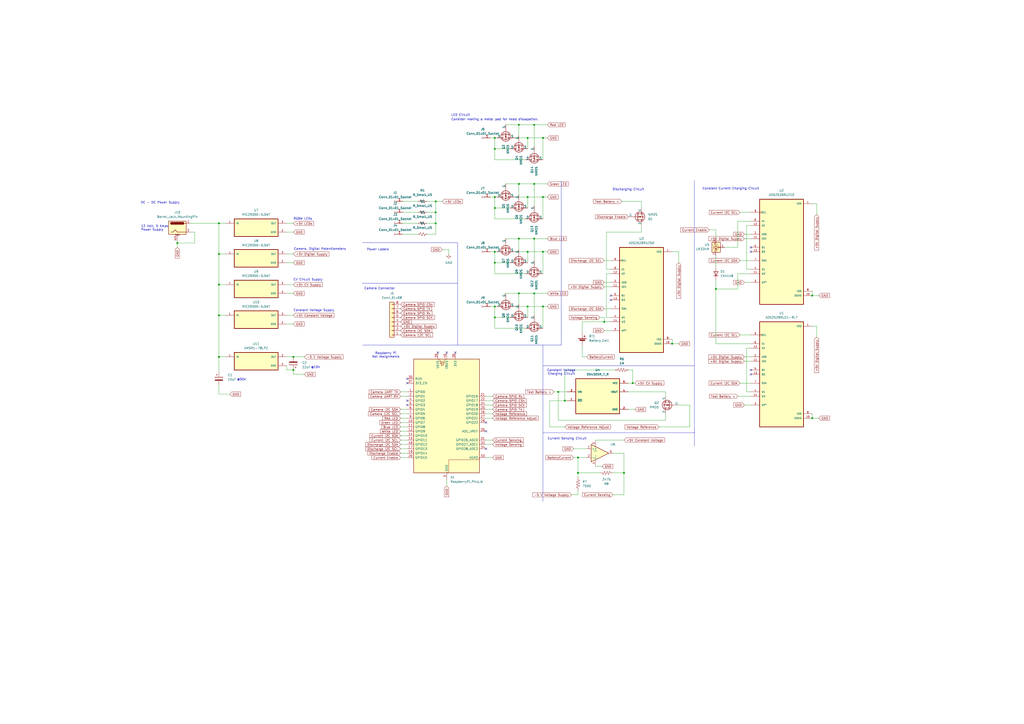
<source format=kicad_sch>
(kicad_sch (version 20250114) (generator "eeschema") (generator_version "9.0")
  (paper "A2")
  (title_block (title "Spectroscopy Circuit") (date "2025-04-01") (company "California State University, Chico"))
  (lib_symbols
    (symbol "AD5252BRUZ1-RL7:AD5252BRUZ1-RL7" (pin_names (offset 1.016))
      (property "Reference" "U" (at -12.7 31.48 0))
      (property "Value" "AD5252BRUZ1-RL7" (at -12.7 -34.48 0))
      (symbol "AD5252BRUZ1-RL7_0_0"
        (pin input clock (at -17.78 22.86 0) (length 5.08) (name "SCL") (number "9"))
        (pin bidirectional line (at -17.78 17.78 0) (length 5.08) (name "A1") (number "6"))
        (pin bidirectional line (at -17.78 15.24 0) (length 5.08) (name "A3") (number "12"))
        (pin bidirectional line (at -17.78 10.16 0) (length 5.08) (name "AD0") (number "2"))
        (pin bidirectional line (at -17.78 7.62 0) (length 5.08) (name "AD1") (number "11"))
        (pin bidirectional line (at -17.78 2.54 0) (length 5.08) (name "B1") (number "5"))
        (pin bidirectional line (at -17.78 0 0) (length 5.08) (name "B3") (number "13"))
        (pin bidirectional line (at -17.78 -5.08 0) (length 5.08) (name "SDA") (number "7"))
        (pin bidirectional line (at -17.78 -10.16 0) (length 5.08) (name "W1") (number "4"))
        (pin bidirectional line (at -17.78 -12.7 0) (length 5.08) (name "W3") (number "14"))
        (pin bidirectional line (at -17.78 -17.78 0) (length 5.08) (name "WP*") (number "3"))
        (pin power_in line (at 17.78 27.94 180) (length 5.08) (name "VDD") (number "1"))
        (pin power_in line (at 17.78 -22.86 180) (length 5.08) (name "VSS") (number "8"))
        (pin power_in line (at 17.78 -25.4 180) (length 5.08) (name "DGND") (number "10"))
      )
    )
    (symbol "AD5252BRUZ10:AD5252BRUZ10" (pin_names (offset 1.016))
      (property "Reference" "U" (at -12.7 31.48 0))
      (property "Value" "AD5252BRUZ10" (at -12.7 -34.48 0))
      (symbol "AD5252BRUZ10_0_0"
        (pin input clock (at -17.78 22.86 0) (length 5.08) (name "SCL") (number "9"))
        (pin bidirectional line (at -17.78 17.78 0) (length 5.08) (name "A1") (number "6"))
        (pin bidirectional line (at -17.78 15.24 0) (length 5.08) (name "A3") (number "12"))
        (pin bidirectional line (at -17.78 10.16 0) (length 5.08) (name "AD0") (number "2"))
        (pin bidirectional line (at -17.78 7.62 0) (length 5.08) (name "AD1") (number "11"))
        (pin bidirectional line (at -17.78 2.54 0) (length 5.08) (name "B1") (number "5"))
        (pin bidirectional line (at -17.78 0 0) (length 5.08) (name "B3") (number "13"))
        (pin bidirectional line (at -17.78 -5.08 0) (length 5.08) (name "SDA") (number "7"))
        (pin bidirectional line (at -17.78 -10.16 0) (length 5.08) (name "W1") (number "4"))
        (pin bidirectional line (at -17.78 -12.7 0) (length 5.08) (name "W3") (number "14"))
        (pin bidirectional line (at -17.78 -17.78 0) (length 5.08) (name "WP*") (number "3"))
        (pin power_in line (at 17.78 27.94 180) (length 5.08) (name "VDD") (number "1"))
        (pin power_in line (at 17.78 -22.86 180) (length 5.08) (name "VSS") (number "8"))
        (pin power_in line (at 17.78 -25.4 180) (length 5.08) (name "DGND") (number "10"))
      )
    )
    (symbol "AD5252BRUZ50:AD5252BRUZ50" (pin_names (offset 1.016))
      (property "Reference" "U" (at -12.7 31.48 0))
      (property "Value" "AD5252BRUZ50" (at -12.7 -34.48 0))
      (symbol "AD5252BRUZ50_0_0"
        (pin input clock (at -17.78 22.86 0) (length 5.08) (name "SCL") (number "9"))
        (pin bidirectional line (at -17.78 17.78 0) (length 5.08) (name "A1") (number "6"))
        (pin bidirectional line (at -17.78 15.24 0) (length 5.08) (name "A3") (number "12"))
        (pin bidirectional line (at -17.78 10.16 0) (length 5.08) (name "AD0") (number "2"))
        (pin bidirectional line (at -17.78 7.62 0) (length 5.08) (name "AD1") (number "11"))
        (pin bidirectional line (at -17.78 2.54 0) (length 5.08) (name "B1") (number "5"))
        (pin bidirectional line (at -17.78 0 0) (length 5.08) (name "B3") (number "13"))
        (pin bidirectional line (at -17.78 -5.08 0) (length 5.08) (name "SDA") (number "7"))
        (pin bidirectional line (at -17.78 -10.16 0) (length 5.08) (name "W1") (number "4"))
        (pin bidirectional line (at -17.78 -12.7 0) (length 5.08) (name "W3") (number "14"))
        (pin bidirectional line (at -17.78 -17.78 0) (length 5.08) (name "WP*") (number "3"))
        (pin power_in line (at 17.78 27.94 180) (length 5.08) (name "VDD") (number "1"))
        (pin power_in line (at 17.78 -22.86 180) (length 5.08) (name "VSS") (number "8"))
        (pin power_in line (at 17.78 -25.4 180) (length 5.08) (name "DGND") (number "10"))
      )
    )
    (symbol "Connector:Barrel_Jack_MountingPin" (pin_names (hide yes))
      (property "Reference" "J" (at 0 5.334 0))
      (property "Value" "Barrel_Jack_MountingPin" (at 1.27 -6.35 0))
      (symbol "Barrel_Jack_MountingPin_1_1"
        (text "Mounting" (at 0 -4.191 0) (effects (font (size 0.381 0.381))))
        (pin passive line (at 0 -7.62 90) (length 3.048) (name "MountPin") (number "MP"))
        (pin passive line (at 7.62 2.54 180) (length 2.54) (name "~") (number "1"))
        (pin passive line (at 7.62 -2.54 180) (length 2.54) (name "~") (number "2"))
      )
    )
    (symbol "Connector:Conn_01x01_Socket" (pin_names (offset 1.016) (hide yes))
      (property "Reference" "J" (at 0 2.54 0))
      (property "Value" "Conn_01x01_Socket" (at 0 -2.54 0))
      (symbol "Conn_01x01_Socket_1_1"
        (pin passive line (at -5.08 0 0) (length 3.81) (name "Pin_1") (number "1"))
      )
    )
    (symbol "Connector_Generic:Conn_01x08" (pin_names (offset 1.016) (hide yes))
      (property "Reference" "J" (at 0 10.16 0))
      (property "Value" "Conn_01x08" (at 0 -12.7 0))
      (symbol "Conn_01x08_1_1"
        (pin passive line (at -5.08 7.62 0) (length 3.81) (name "Pin_1") (number "1"))
        (pin passive line (at -5.08 5.08 0) (length 3.81) (name "Pin_2") (number "2"))
        (pin passive line (at -5.08 2.54 0) (length 3.81) (name "Pin_3") (number "3"))
        (pin passive line (at -5.08 0 0) (length 3.81) (name "Pin_4") (number "4"))
        (pin passive line (at -5.08 -2.54 0) (length 3.81) (name "Pin_5") (number "5"))
        (pin passive line (at -5.08 -5.08 0) (length 3.81) (name "Pin_6") (number "6"))
        (pin passive line (at -5.08 -7.62 0) (length 3.81) (name "Pin_7") (number "7"))
        (pin passive line (at -5.08 -10.16 0) (length 3.81) (name "Pin_8") (number "8"))
      )
    )
    (symbol "DS4305R_T_R:DS4305R_T_R" (pin_names (offset 1.016))
      (property "Reference" "U" (at -12.7 11.16 0))
      (property "Value" "DS4305R_T_R" (at -12.7 -14.16 0))
      (symbol "DS4305R_T_R_0_0"
        (pin input line (at -17.78 2.54 0) (length 5.08) (name "VIN") (number "3"))
        (pin bidirectional line (at -17.78 -2.54 0) (length 5.08) (name "~{ADJ}") (number "1"))
        (pin power_in line (at 17.78 7.62 180) (length 5.08) (name "VCC") (number "5"))
        (pin output line (at 17.78 2.54 180) (length 5.08) (name "VOUT") (number "4"))
        (pin power_in line (at 17.78 -7.62 180) (length 5.08) (name "GND") (number "2"))
      )
    )
    (symbol "Device:Battery_Cell" (pin_numbers (hide yes)) (pin_names (offset 0) (hide yes))
      (property "Reference" "BT" (at 2.54 2.54 0))
      (property "Value" "Battery_Cell" (at 2.54 0 0))
      (symbol "Battery_Cell_1_1"
        (pin passive line (at 0 5.08 270) (length 2.54) (name "+") (number "1"))
        (pin passive line (at 0 -2.54 90) (length 2.54) (name "-") (number "2"))
      )
    )
    (symbol "Device:C_Polarized" (pin_numbers (hide yes)) (pin_names (offset 0.254))
      (property "Reference" "C" (at 0.635 2.54 0))
      (property "Value" "C_Polarized" (at 0.635 -2.54 0))
      (symbol "C_Polarized_1_1"
        (pin passive line (at 0 3.81 270) (length 2.794) (name "~") (number "1"))
        (pin passive line (at 0 -3.81 90) (length 2.794) (name "~") (number "2"))
      )
    )
    (symbol "Device:R_Small_US" (pin_numbers (hide yes)) (pin_names (offset 0.254) (hide yes))
      (property "Reference" "R" (at 0.762 0.508 0))
      (property "Value" "R_Small_US" (at 0.762 -1.016 0))
      (symbol "R_Small_US_1_1"
        (pin passive line (at 0 2.54 270) (length 1.016) (name "~") (number "1"))
        (pin passive line (at 0 -2.54 90) (length 1.016) (name "~") (number "2"))
      )
    )
    (symbol "Device:R_US" (pin_numbers (hide yes)) (pin_names (offset 0))
      (property "Reference" "R" (at 2.54 0 90))
      (property "Value" "R_US" (at -2.54 0 90))
      (symbol "R_US_1_1"
        (pin passive line (at 0 3.81 270) (length 1.27) (name "~") (number "1"))
        (pin passive line (at 0 -3.81 90) (length 1.27) (name "~") (number "2"))
      )
    )
    (symbol "Diode:1N4148" (pin_numbers (hide yes)) (pin_names (hide yes))
      (property "Reference" "D" (at 0 2.54 0))
      (property "Value" "1N4148" (at 0 -2.54 0))
      (symbol "1N4148_1_1"
        (pin passive line (at -3.81 0 0) (length 2.54) (name "K") (number "1"))
        (pin passive line (at 3.81 0 180) (length 2.54) (name "A") (number "2"))
      )
    )
    (symbol "MCU_Module:RaspberryPi_Pico_W" (pin_names (offset 0.762))
      (property "Reference" "A" (at -19.05 35.56 0))
      (property "Value" "RaspberryPi_Pico_W" (at 7.62 35.56 0))
      (symbol "RaspberryPi_Pico_W_1_1"
        (pin passive line (at -22.86 22.86 0) (length 3.81) (name "RUN") (number "30"))
        (pin passive line (at -22.86 20.32 0) (length 3.81) (name "3V3_EN") (number "37"))
        (pin bidirectional line (at -22.86 15.24 0) (length 3.81) (name "GPIO0") (number "1"))
        (pin bidirectional line (at -22.86 12.7 0) (length 3.81) (name "GPIO1") (number "2"))
        (pin bidirectional line (at -22.86 10.16 0) (length 3.81) (name "GPIO2") (number "4"))
        (pin bidirectional line (at -22.86 7.62 0) (length 3.81) (name "GPIO3") (number "5"))
        (pin bidirectional line (at -22.86 5.08 0) (length 3.81) (name "GPIO4") (number "6"))
        (pin bidirectional line (at -22.86 2.54 0) (length 3.81) (name "GPIO5") (number "7"))
        (pin bidirectional line (at -22.86 0 0) (length 3.81) (name "GPIO6") (number "9"))
        (pin bidirectional line (at -22.86 -2.54 0) (length 3.81) (name "GPIO7") (number "10"))
        (pin bidirectional line (at -22.86 -5.08 0) (length 3.81) (name "GPIO8") (number "11"))
        (pin bidirectional line (at -22.86 -7.62 0) (length 3.81) (name "GPIO9") (number "12"))
        (pin bidirectional line (at -22.86 -10.16 0) (length 3.81) (name "GPIO10") (number "14"))
        (pin bidirectional line (at -22.86 -12.7 0) (length 3.81) (name "GPIO11") (number "15"))
        (pin bidirectional line (at -22.86 -15.24 0) (length 3.81) (name "GPIO12") (number "16"))
        (pin bidirectional line (at -22.86 -17.78 0) (length 3.81) (name "GPIO13") (number "17"))
        (pin bidirectional line (at -22.86 -20.32 0) (length 3.81) (name "GPIO14") (number "19"))
        (pin bidirectional line (at -22.86 -22.86 0) (length 3.81) (name "GPIO15") (number "20"))
        (pin power_in line (at -5.08 38.1 270) (length 3.81) (name "VSYS") (number "39"))
        (pin power_out line (at 0 38.1 270) (length 3.81) (name "VBUS") (number "40"))
        (pin passive line (at 0 -35.56 90) (length 3.81) (hide yes) (name "GND") (number "13"))
        (pin passive line (at 0 -35.56 90) (length 3.81) (hide yes) (name "GND") (number "18"))
        (pin passive line (at 0 -35.56 90) (length 3.81) (hide yes) (name "GND") (number "23"))
        (pin passive line (at 0 -35.56 90) (length 3.81) (hide yes) (name "GND") (number "28"))
        (pin power_out line (at 0 -35.56 90) (length 3.81) (name "GND") (number "3"))
        (pin passive line (at 0 -35.56 90) (length 3.81) (hide yes) (name "GND") (number "38"))
        (pin passive line (at 0 -35.56 90) (length 3.81) (hide yes) (name "GND") (number "8"))
        (pin power_out line (at 5.08 38.1 270) (length 3.81) (name "3V3") (number "36"))
        (pin bidirectional line (at 22.86 12.7 180) (length 3.81) (name "GPIO16") (number "21"))
        (pin bidirectional line (at 22.86 10.16 180) (length 3.81) (name "GPIO17") (number "22"))
        (pin bidirectional line (at 22.86 7.62 180) (length 3.81) (name "GPIO18") (number "24"))
        (pin bidirectional line (at 22.86 5.08 180) (length 3.81) (name "GPIO19") (number "25"))
        (pin bidirectional line (at 22.86 2.54 180) (length 3.81) (name "GPIO20") (number "26"))
        (pin bidirectional line (at 22.86 0 180) (length 3.81) (name "GPIO21") (number "27"))
        (pin bidirectional line (at 22.86 -2.54 180) (length 3.81) (name "GPIO22") (number "29"))
        (pin power_in line (at 22.86 -7.62 180) (length 3.81) (name "ADC_VREF") (number "35"))
        (pin bidirectional line (at 22.86 -12.7 180) (length 3.81) (name "GPIO26_ADC0") (number "31"))
        (pin bidirectional line (at 22.86 -15.24 180) (length 3.81) (name "GPIO27_ADC1") (number "32"))
        (pin bidirectional line (at 22.86 -17.78 180) (length 3.81) (name "GPIO28_ADC2") (number "34"))
        (pin power_out line (at 22.86 -22.86 180) (length 3.81) (name "AGND") (number "33"))
      )
    )
    (symbol "MIC29300-5.0WT:AMSR1-78LPZ" (pin_names (offset 1.016))
      (property "Reference" "U" (at -12.7 6.08 0))
      (property "Value" "AMSR1-78LPZ" (at -12.7 -9.08 0))
      (symbol "AMSR1-78LPZ_0_0"
        (pin input line (at -17.78 2.54 0) (length 5.08) (name "IN") (number "1"))
      )
      (symbol "AMSR1-78LPZ_1_0"
        (pin output line (at 17.78 2.54 180) (length 5.08) (name "OUT") (number "2"))
        (pin power_in line (at 17.78 -2.54 180) (length 5.08) (name "GND") (number "3"))
      )
    )
    (symbol "MIC29300-5.0WT:MIC29300-5.0WT" (pin_names (offset 1.016))
      (property "Reference" "U" (at -12.7 6.08 0))
      (property "Value" "MIC29300-5.0WT" (at -12.7 -9.08 0))
      (symbol "MIC29300-5.0WT_0_0"
        (pin input line (at -17.78 2.54 0) (length 5.08) (name "IN") (number "1"))
        (pin output line (at 17.78 2.54 180) (length 5.08) (name "OUT") (number "3"))
        (pin power_in line (at 17.78 -2.54 180) (length 5.08) (name "GND") (number "2"))
      )
    )
    (symbol "Reference_Current:LM334M"
      (property "Reference" "U" (at 0.635 6.35 0))
      (property "Value" "LM334M" (at 0.635 4.445 0))
      (symbol "LM334M_1_1"
        (pin passive line (at 0 5.08 270) (length 2.54) (name "~") (number "4"))
        (pin passive line (at 0 -5.08 90) (length 2.54) (name "~") (number "2"))
        (pin passive line (at 0 -5.08 90) (length 2.54) (hide yes) (name "~") (number "3"))
        (pin passive line (at 0 -5.08 90) (length 2.54) (hide yes) (name "~") (number "6"))
        (pin passive line (at 0 -5.08 90) (length 2.54) (hide yes) (name "~") (number "7"))
        (pin passive line (at 5.08 0 180) (length 2.54) (name "~") (number "1"))
      )
    )
    (symbol "Simulation_SPICE:NMOS" (pin_numbers (hide yes)) (pin_names (offset 0))
      (property "Reference" "Q" (at 5.08 1.27 0))
      (property "Value" "NMOS" (at 5.08 -1.27 0))
      (symbol "NMOS_1_1"
        (pin input line (at -5.08 0 0) (length 2.54) (name "G") (number "2"))
        (pin passive line (at 2.54 5.08 270) (length 2.54) (name "D") (number "1"))
        (pin passive line (at 2.54 -5.08 90) (length 2.54) (name "S") (number "3"))
      )
    )
    (symbol "Simulation_SPICE:OPAMP" (pin_names (offset 0.254))
      (property "Reference" "U" (at 3.81 3.175 0))
      (property "Value" "${SIM.PARAMS}" (at 3.81 -3.175 0))
      (symbol "OPAMP_1_1"
        (pin input line (at -7.62 2.54 0) (length 2.54) (name "+") (number "1"))
        (pin input line (at -7.62 -2.54 0) (length 2.54) (name "-") (number "2"))
        (pin power_in line (at -2.54 7.62 270) (length 3.81) (name "V+") (number "3"))
        (pin power_in line (at -2.54 -7.62 90) (length 3.81) (name "V-") (number "4"))
        (pin output line (at 7.62 0 180) (length 2.54) (name "~") (number "5"))
      )
    )
    (symbol "Simulation_SPICE:PMOS" (pin_numbers (hide yes)) (pin_names (offset 0))
      (property "Reference" "Q" (at 5.08 1.27 0))
      (property "Value" "PMOS" (at 5.08 -1.27 0))
      (symbol "PMOS_1_1"
        (pin input line (at -5.08 0 0) (length 2.54) (name "G") (number "2"))
        (pin passive line (at 2.54 5.08 270) (length 2.54) (name "D") (number "1"))
        (pin passive line (at 2.54 -5.08 90) (length 2.54) (name "S") (number "3"))
      )
    )
    (symbol "power:GND" (power) (pin_numbers (hide yes)) (pin_names (offset 0) (hide yes))
      (property "Value" "GND" (at 0 -3.81 0))
      (symbol "GND_1_1"
        (pin power_in line (at 0 0 270) (length 0) (name "~") (number "1"))
      )
    )
  )
  (text "@50V" (at 137.414 220.218 0) (effects (font (size 1.27 1.27)) (justify left)))
  (text "RGBW LEDs" (at 170.18 127 0) (effects (font (size 1.27 1.27)) (justify left)))
  (text "Power Labels" (at 219.202 144.78 0) (effects (font (size 1.27 1.27))))
  (text "Current Sensing Circuit" (at 328.93 254.508 0) (effects (font (size 1.27 1.27))))
  (text "Constant Voltage Supply" (at 170.18 180.086 0) (effects (font (size 1.27 1.27)) (justify left)))
  (text "Consider making a metal pad for head dissapation." (at 287.02 69.342 0) (effects (font (size 1.27 1.27))))
  (text "Raspberry Pi\nNet Assignments" (at 223.774 205.994 0) (effects (font (size 1.27 1.27))))
  (text "CV Circuit Supply" (at 170.18 162.306 0) (effects (font (size 1.27 1.27)) (justify left)))
  (text "Discharging Circuit" (at 364.49 109.982 0) (effects (font (size 1.27 1.27))))
  (text "12 Volt, 5 Amps\nPower Supply" (at 81.788 132.334 0) (effects (font (size 1.27 1.27)) (justify left)))
  (text "DC - DC Power Supply" (at 92.964 117.602 0) (effects (font (size 1.27 1.27))))
  (text "Constant Voltage\nCharging Circuit" (at 325.628 215.9 0) (effects (font (size 1.27 1.27))))
  (text "LED Circuit" (at 267.208 66.802 0) (effects (font (size 1.27 1.27))))
  (text "Constant Current Charging Circuit" (at 423.926 109.474 0) (effects (font (size 1.27 1.27))))
  (text "Camera, Digital Potentiometers" (at 170.434 144.526 0) (effects (font (size 1.27 1.27)) (justify left)))
  (text "Camera Connector" (at 220.218 167.386 0) (effects (font (size 1.27 1.27))))
  (text "@10V" (at 180.34 213.106 0) (effects (font (size 1.27 1.27)) (justify left)))
  (junction (at 252.73 123.19))
  (junction (at 287.02 120.65))
  (junction (at 300.99 72.39))
  (junction (at 287.02 152.4))
  (junction (at 306.07 80.01))
  (junction (at 127 147.32))
  (junction (at 327.66 232.41))
  (junction (at 287.02 86.36))
  (junction (at 287.02 177.8))
  (junction (at 127 129.54))
  (junction (at 300.99 170.18))
  (junction (at 300.99 106.68))
  (junction (at 170.18 214.63))
  (junction (at 287.02 80.01))
  (junction (at 323.85 227.33))
  (junction (at 309.88 72.39))
  (junction (at 306.07 114.3))
  (junction (at 252.73 116.84))
  (junction (at 471.17 242.57))
  (junction (at 102.87 140.97))
  (junction (at 350.52 186.69))
  (junction (at 287.02 114.3))
  (junction (at 252.73 129.54))
  (junction (at 309.88 106.68))
  (junction (at 389.89 199.39))
  (junction (at 300.99 138.43))
  (junction (at 415.29 167.64))
  (junction (at 314.96 146.05))
  (junction (at 309.88 138.43))
  (junction (at 314.96 80.01))
  (junction (at 287.02 184.15))
  (junction (at 309.88 170.18))
  (junction (at 367.03 222.25))
  (junction (at 306.07 146.05))
  (junction (at 170.18 207.01))
  (junction (at 335.28 274.32))
  (junction (at 287.02 146.05))
  (junction (at 471.17 171.45))
  (junction (at 314.96 114.3))
  (junction (at 361.95 274.32))
  (junction (at 127 207.01))
  (junction (at 335.28 265.43))
  (junction (at 306.07 177.8))
  (junction (at 127 165.1))
  (junction (at 127 182.88))
  (junction (at 314.96 177.8))
  (no_connect (at 264.16 204.47))
  (no_connect (at 281.94 250.19))
  (no_connect (at 435.61 143.51))
  (no_connect (at 281.94 245.11))
  (no_connect (at 435.61 146.05))
  (no_connect (at 281.94 260.35))
  (no_connect (at 354.33 171.45))
  (no_connect (at 259.08 204.47))
  (no_connect (at 236.22 234.95))
  (no_connect (at 236.22 222.25))
  (no_connect (at 435.61 217.17))
  (no_connect (at 435.61 214.63))
  (no_connect (at 254 204.47))
  (no_connect (at 354.33 173.99))
  (no_connect (at 236.22 232.41))
  (no_connect (at 236.22 219.71))
  (wire (pts (xy 232.41 257.81) (xy 236.22 257.81)))
  (wire (pts (xy 318.77 247.65) (xy 327.66 247.65)))
  (wire (pts (xy 433.07 201.93) (xy 435.61 201.93)))
  (wire (pts (xy 259.08 278.13) (xy 259.08 281.94)))
  (wire (pts (xy 232.41 229.87) (xy 236.22 229.87)))
  (wire (pts (xy 427.99 229.87) (xy 435.61 229.87)))
  (wire (pts (xy 309.88 138.43) (xy 309.88 151.13)))
  (wire (pts (xy 252.73 116.84) (xy 256.54 116.84)))
  (wire (pts (xy 304.8 127) (xy 287.02 127)))
  (wire (pts (xy 298.45 146.05) (xy 306.07 146.05)))
  (wire (pts (xy 435.61 199.39) (xy 415.29 199.39)))
  (wire (pts (xy 400.05 247.65) (xy 400.05 234.95)))
  (wire (pts (xy 306.07 177.8) (xy 314.96 177.8)))
  (wire (pts (xy 327.66 214.63) (xy 356.87 214.63)))
  (wire (pts (xy 350.52 179.07) (xy 354.33 179.07)))
  (wire (pts (xy 166.37 207.01) (xy 170.18 207.01)))
  (wire (pts (xy 102.87 139.7) (xy 102.87 140.97)))
  (wire (pts (xy 260.35 144.78) (xy 260.35 147.32)))
  (wire (pts (xy 281.94 255.27) (xy 285.75 255.27)))
  (wire (pts (xy 323.85 243.84) (xy 386.08 243.84)))
  (wire (pts (xy 300.99 106.68) (xy 309.88 106.68)))
  (wire (pts (xy 284.48 146.05) (xy 287.02 146.05)))
  (wire (pts (xy 361.95 262.89) (xy 355.6 262.89)))
  (wire (pts (xy 415.29 133.35) (xy 415.29 138.43)))
  (wire (pts (xy 170.18 207.01) (xy 176.53 207.01)))
  (wire (pts (xy 284.48 80.01) (xy 287.02 80.01)))
  (wire (pts (xy 287.02 127) (xy 287.02 120.65)))
  (wire (pts (xy 331.47 287.02) (xy 335.28 287.02)))
  (wire (pts (xy 367.03 214.63) (xy 367.03 222.25)))
  (wire (pts (xy 306.07 177.8) (xy 306.07 184.15)))
  (wire (pts (xy 127 182.88) (xy 127 165.1)))
  (wire (pts (xy 435.61 227.33) (xy 433.07 227.33)))
  (wire (pts (xy 435.61 158.75) (xy 427.99 158.75)))
  (wire (pts (xy 287.02 80.01) (xy 288.29 80.01)))
  (wire (pts (xy 232.41 242.57) (xy 236.22 242.57)))
  (wire (pts (xy 306.07 80.01) (xy 314.96 80.01)))
  (wire (pts (xy 300.99 72.39) (xy 309.88 72.39)))
  (wire (pts (xy 295.91 184.15) (xy 287.02 184.15)))
  (wire (pts (xy 287.02 158.75) (xy 287.02 152.4)))
  (wire (pts (xy 287.02 92.71) (xy 287.02 86.36)))
  (wire (pts (xy 349.25 270.51) (xy 345.44 270.51)))
  (wire (pts (xy 232.41 245.11) (xy 236.22 245.11)))
  (wire (pts (xy 232.41 237.49) (xy 236.22 237.49)))
  (wire (pts (xy 335.28 265.43) (xy 340.36 265.43)))
  (wire (pts (xy 252.73 123.19) (xy 252.73 129.54)))
  (wire (pts (xy 127 207.01) (xy 127 182.88)))
  (wire (pts (xy 389.89 146.05) (xy 393.7 146.05)))
  (polyline (pts (xy 265.43 200.152) (xy 325.628 200.152)))
  (wire (pts (xy 304.8 92.71) (xy 287.02 92.71)))
  (wire (pts (xy 300.99 113.03) (xy 300.99 106.68)))
  (wire (pts (xy 281.94 237.49) (xy 285.75 237.49)))
  (wire (pts (xy 298.45 177.8) (xy 306.07 177.8)))
  (polyline (pts (xy 314.96 200.152) (xy 314.96 290.83)))
  (wire (pts (xy 473.71 118.11) (xy 473.71 124.46)))
  (wire (pts (xy 166.37 129.54) (xy 170.18 129.54)))
  (wire (pts (xy 386.08 243.84) (xy 386.08 240.03)))
  (wire (pts (xy 309.88 106.68) (xy 309.88 119.38)))
  (wire (pts (xy 309.88 170.18) (xy 309.88 182.88)))
  (wire (pts (xy 350.52 163.83) (xy 354.33 163.83)))
  (wire (pts (xy 110.49 129.54) (xy 127 129.54)))
  (wire (pts (xy 295.91 86.36) (xy 287.02 86.36)))
  (wire (pts (xy 252.73 129.54) (xy 252.73 135.89)))
  (wire (pts (xy 347.98 184.15) (xy 350.52 184.15)))
  (wire (pts (xy 323.85 227.33) (xy 323.85 243.84)))
  (wire (pts (xy 287.02 146.05) (xy 288.29 146.05)))
  (wire (pts (xy 335.28 265.43) (xy 335.28 274.32)))
  (wire (pts (xy 309.88 106.68) (xy 317.5 106.68)))
  (wire (pts (xy 471.17 168.91) (xy 471.17 171.45)))
  (wire (pts (xy 361.95 274.32) (xy 361.95 287.02)))
  (wire (pts (xy 166.37 170.18) (xy 170.18 170.18)))
  (wire (pts (xy 232.41 255.27) (xy 236.22 255.27)))
  (wire (pts (xy 335.28 274.32) (xy 335.28 276.86)))
  (wire (pts (xy 350.52 186.69) (xy 354.33 186.69)))
  (wire (pts (xy 314.96 177.8) (xy 314.96 190.5)))
  (wire (pts (xy 427.99 143.51) (xy 427.99 128.27)))
  (wire (pts (xy 420.37 143.51) (xy 427.99 143.51)))
  (wire (pts (xy 360.68 116.84) (xy 372.11 116.84)))
  (wire (pts (xy 337.82 193.04) (xy 337.82 186.69)))
  (wire (pts (xy 309.88 72.39) (xy 309.88 85.09)))
  (wire (pts (xy 372.11 116.84) (xy 372.11 120.65)))
  (wire (pts (xy 354.33 191.77) (xy 350.52 191.77)))
  (wire (pts (xy 364.49 214.63) (xy 367.03 214.63)))
  (wire (pts (xy 293.37 106.68) (xy 300.99 106.68)))
  (wire (pts (xy 351.79 158.75) (xy 351.79 184.15)))
  (wire (pts (xy 166.37 147.32) (xy 170.18 147.32)))
  (wire (pts (xy 473.71 189.23) (xy 473.71 195.58)))
  (wire (pts (xy 252.73 129.54) (xy 247.65 129.54)))
  (wire (pts (xy 247.65 116.84) (xy 252.73 116.84)))
  (polyline (pts (xy 210.312 200.152) (xy 265.43 200.152)))
  (wire (pts (xy 166.37 212.09) (xy 166.37 214.63)))
  (wire (pts (xy 298.45 114.3) (xy 306.07 114.3)))
  (wire (pts (xy 232.41 240.03) (xy 236.22 240.03)))
  (wire (pts (xy 166.37 187.96) (xy 170.18 187.96)))
  (wire (pts (xy 232.41 227.33) (xy 236.22 227.33)))
  (wire (pts (xy 281.94 240.03) (xy 285.75 240.03)))
  (wire (pts (xy 287.02 190.5) (xy 287.02 184.15)))
  (wire (pts (xy 166.37 134.62) (xy 170.18 134.62)))
  (wire (pts (xy 367.03 222.25) (xy 364.49 222.25)))
  (wire (pts (xy 473.71 118.11) (xy 471.17 118.11)))
  (wire (pts (xy 309.88 138.43) (xy 317.5 138.43)))
  (wire (pts (xy 317.5 80.01) (xy 314.96 80.01)))
  (wire (pts (xy 130.81 182.88) (xy 127 182.88)))
  (wire (pts (xy 295.91 120.65) (xy 287.02 120.65)))
  (wire (pts (xy 314.96 80.01) (xy 314.96 92.71)))
  (wire (pts (xy 386.08 227.33) (xy 386.08 229.87)))
  (polyline (pts (xy 314.96 250.952) (xy 402.844 250.952)))
  (wire (pts (xy 327.66 232.41) (xy 328.93 232.41)))
  (wire (pts (xy 471.17 171.45) (xy 474.98 171.45)))
  (wire (pts (xy 300.99 170.18) (xy 300.99 176.53)))
  (wire (pts (xy 354.33 158.75) (xy 351.79 158.75)))
  (wire (pts (xy 281.94 229.87) (xy 285.75 229.87)))
  (polyline (pts (xy 265.43 140.716) (xy 265.43 200.152)))
  (wire (pts (xy 298.45 80.01) (xy 306.07 80.01)))
  (wire (pts (xy 321.31 227.33) (xy 323.85 227.33)))
  (wire (pts (xy 232.41 265.43) (xy 236.22 265.43)))
  (wire (pts (xy 473.71 189.23) (xy 471.17 189.23)))
  (wire (pts (xy 415.29 199.39) (xy 415.29 167.64)))
  (wire (pts (xy 306.07 80.01) (xy 306.07 86.36)))
  (wire (pts (xy 166.37 182.88) (xy 170.18 182.88)))
  (wire (pts (xy 355.6 274.32) (xy 361.95 274.32)))
  (wire (pts (xy 411.48 133.35) (xy 415.29 133.35)))
  (polyline (pts (xy 402.844 104.648) (xy 402.844 210.566)))
  (wire (pts (xy 372.11 130.81) (xy 372.11 134.62)))
  (wire (pts (xy 127 223.52) (xy 127 228.6)))
  (wire (pts (xy 281.94 242.57) (xy 285.75 242.57)))
  (wire (pts (xy 332.74 265.43) (xy 335.28 265.43)))
  (wire (pts (xy 323.85 227.33) (xy 328.93 227.33)))
  (wire (pts (xy 340.36 207.01) (xy 337.82 207.01)))
  (wire (pts (xy 281.94 257.81) (xy 285.75 257.81)))
  (wire (pts (xy 287.02 114.3) (xy 288.29 114.3)))
  (wire (pts (xy 427.99 158.75) (xy 427.99 167.64)))
  (wire (pts (xy 304.8 158.75) (xy 287.02 158.75)))
  (wire (pts (xy 232.41 247.65) (xy 236.22 247.65)))
  (polyline (pts (xy 314.96 212.09) (xy 402.844 212.09)))
  (wire (pts (xy 247.65 135.89) (xy 252.73 135.89)))
  (wire (pts (xy 433.07 156.21) (xy 433.07 130.81)))
  (wire (pts (xy 433.07 227.33) (xy 433.07 201.93)))
  (polyline (pts (xy 325.628 104.902) (xy 325.628 200.152)))
  (wire (pts (xy 351.79 184.15) (xy 354.33 184.15)))
  (wire (pts (xy 300.99 138.43) (xy 309.88 138.43)))
  (wire (pts (xy 427.99 167.64) (xy 415.29 167.64)))
  (wire (pts (xy 427.99 128.27) (xy 435.61 128.27)))
  (wire (pts (xy 293.37 170.18) (xy 300.99 170.18)))
  (wire (pts (xy 364.49 237.49) (xy 368.3 237.49)))
  (wire (pts (xy 309.88 72.39) (xy 317.5 72.39)))
  (wire (pts (xy 429.26 123.19) (xy 435.61 123.19)))
  (wire (pts (xy 287.02 152.4) (xy 287.02 146.05)))
  (wire (pts (xy 361.95 274.32) (xy 361.95 262.89)))
  (wire (pts (xy 110.49 134.62) (xy 113.03 134.62)))
  (wire (pts (xy 127 129.54) (xy 130.81 129.54)))
  (wire (pts (xy 435.61 234.95) (xy 431.8 234.95)))
  (wire (pts (xy 127 207.01) (xy 130.81 207.01)))
  (wire (pts (xy 435.61 163.83) (xy 431.8 163.83)))
  (wire (pts (xy 281.94 265.43) (xy 285.75 265.43)))
  (wire (pts (xy 318.77 232.41) (xy 318.77 247.65)))
  (wire (pts (xy 127 147.32) (xy 127 129.54)))
  (wire (pts (xy 127 228.6) (xy 133.35 228.6)))
  (wire (pts (xy 293.37 72.39) (xy 300.99 72.39)))
  (wire (pts (xy 332.74 260.35) (xy 340.36 260.35)))
  (wire (pts (xy 170.18 214.63) (xy 170.18 217.17)))
  (wire (pts (xy 415.29 148.59) (xy 415.29 154.94)))
  (wire (pts (xy 318.77 232.41) (xy 327.66 232.41)))
  (wire (pts (xy 337.82 207.01) (xy 337.82 200.66)))
  (wire (pts (xy 300.99 144.78) (xy 300.99 138.43)))
  (wire (pts (xy 350.52 166.37) (xy 354.33 166.37)))
  (wire (pts (xy 433.07 130.81) (xy 435.61 130.81)))
  (wire (pts (xy 431.8 209.55) (xy 435.61 209.55)))
  (wire (pts (xy 256.54 144.78) (xy 260.35 144.78)))
  (wire (pts (xy 127 165.1) (xy 127 147.32)))
  (wire (pts (xy 170.18 217.17) (xy 176.53 217.17)))
  (wire (pts (xy 471.17 240.03) (xy 471.17 242.57)))
  (wire (pts (xy 355.6 287.02) (xy 361.95 287.02)))
  (polyline (pts (xy 402.844 250.952) (xy 402.844 250.444)))
  (polyline (pts (xy 210.058 164.338) (xy 265.43 164.338)))
  (wire (pts (xy 166.37 214.63) (xy 170.18 214.63)))
  (wire (pts (xy 252.73 116.84) (xy 252.73 123.19)))
  (wire (pts (xy 314.96 146.05) (xy 314.96 158.75)))
  (wire (pts (xy 415.29 167.64) (xy 415.29 162.56)))
  (wire (pts (xy 400.05 234.95) (xy 393.7 234.95)))
  (wire (pts (xy 233.68 123.19) (xy 242.57 123.19)))
  (wire (pts (xy 429.26 194.31) (xy 435.61 194.31)))
  (wire (pts (xy 314.96 114.3) (xy 314.96 127)))
  (wire (pts (xy 233.68 135.89) (xy 242.57 135.89)))
  (wire (pts (xy 350.52 184.15) (xy 350.52 186.69)))
  (wire (pts (xy 130.81 165.1) (xy 127 165.1)))
  (wire (pts (xy 102.87 140.97) (xy 102.87 143.51)))
  (wire (pts (xy 166.37 165.1) (xy 170.18 165.1)))
  (wire (pts (xy 314.96 177.8) (xy 317.5 177.8)))
  (wire (pts (xy 287.02 120.65) (xy 287.02 114.3)))
  (wire (pts (xy 306.07 114.3) (xy 306.07 120.65)))
  (wire (pts (xy 382.27 247.65) (xy 400.05 247.65)))
  (wire (pts (xy 368.3 222.25) (xy 367.03 222.25)))
  (wire (pts (xy 431.8 207.01) (xy 435.61 207.01)))
  (wire (pts (xy 350.52 151.13) (xy 354.33 151.13)))
  (wire (pts (xy 306.07 146.05) (xy 314.96 146.05)))
  (wire (pts (xy 293.37 138.43) (xy 300.99 138.43)))
  (wire (pts (xy 351.79 134.62) (xy 351.79 156.21)))
  (wire (pts (xy 232.41 262.89) (xy 236.22 262.89)))
  (wire (pts (xy 233.68 116.84) (xy 242.57 116.84)))
  (wire (pts (xy 113.03 140.97) (xy 102.87 140.97)))
  (wire (pts (xy 364.49 227.33) (xy 386.08 227.33)))
  (wire (pts (xy 471.17 242.57) (xy 474.98 242.57)))
  (wire (pts (xy 281.94 234.95) (xy 285.75 234.95)))
  (wire (pts (xy 232.41 252.73) (xy 236.22 252.73)))
  (wire (pts (xy 429.26 222.25) (xy 435.61 222.25)))
  (wire (pts (xy 284.48 114.3) (xy 287.02 114.3)))
  (wire (pts (xy 300.99 170.18) (xy 309.88 170.18)))
  (wire (pts (xy 335.28 287.02) (xy 335.28 284.48)))
  (wire (pts (xy 337.82 186.69) (xy 350.52 186.69)))
  (wire (pts (xy 317.5 114.3) (xy 314.96 114.3)))
  (wire (pts (xy 306.07 146.05) (xy 306.07 152.4)))
  (wire (pts (xy 287.02 86.36) (xy 287.02 80.01)))
  (wire (pts (xy 327.66 214.63) (xy 327.66 232.41)))
  (wire (pts (xy 306.07 114.3) (xy 314.96 114.3)))
  (wire (pts (xy 113.03 134.62) (xy 113.03 140.97)))
  (wire (pts (xy 389.89 196.85) (xy 389.89 199.39)))
  (wire (pts (xy 431.8 138.43) (xy 435.61 138.43)))
  (wire (pts (xy 281.94 232.41) (xy 285.75 232.41)))
  (wire (pts (xy 431.8 135.89) (xy 435.61 135.89)))
  (wire (pts (xy 351.79 134.62) (xy 372.11 134.62)))
  (polyline (pts (xy 210.312 140.716) (xy 265.43 140.716)))
  (wire (pts (xy 284.48 177.8) (xy 287.02 177.8)))
  (wire (pts (xy 127 207.01) (xy 127 215.9)))
  (wire (pts (xy 295.91 152.4) (xy 287.02 152.4)))
  (wire (pts (xy 232.41 250.19) (xy 236.22 250.19)))
  (wire (pts (xy 304.8 190.5) (xy 287.02 190.5)))
  (wire (pts (xy 354.33 156.21) (xy 351.79 156.21)))
  (wire (pts (xy 389.89 199.39) (xy 393.7 199.39)))
  (wire (pts (xy 393.7 146.05) (xy 393.7 152.4)))
  (wire (pts (xy 317.5 146.05) (xy 314.96 146.05)))
  (wire (pts (xy 166.37 152.4) (xy 170.18 152.4)))
  (wire (pts (xy 247.65 123.19) (xy 252.73 123.19)))
  (wire (pts (xy 435.61 156.21) (xy 433.07 156.21)))
  (wire (pts (xy 287.02 177.8) (xy 288.29 177.8)))
  (polyline (pts (xy 402.844 210.566) (xy 402.844 258.826)))
  (wire (pts (xy 309.88 170.18) (xy 317.5 170.18)))
  (wire (pts (xy 335.28 274.32) (xy 347.98 274.32)))
  (wire (pts (xy 233.68 129.54) (xy 242.57 129.54)))
  (wire (pts (xy 232.41 260.35) (xy 236.22 260.35)))
  (wire (pts (xy 429.26 151.13) (xy 435.61 151.13)))
  (wire (pts (xy 130.81 147.32) (xy 127 147.32)))
  (wire (pts (xy 287.02 184.15) (xy 287.02 177.8)))
  (wire (pts (xy 345.44 255.27) (xy 361.95 255.27)))
  (wire (pts (xy 300.99 72.39) (xy 300.99 78.74)))
  (global_label "GND" (shape input) (at 350.52 163.83 180) (property "Intersheetrefs" "${INTERSHEET_REFS}" (effects (hide yes))))
  (global_label "Test Battery +" (shape input) (at 321.31 227.33 180) (property "Intersheetrefs" "${INTERSHEET_REFS}" (effects (hide yes))))
  (global_label "Camera SPIO SCK" (shape input) (at 285.75 234.95 0) (property "Intersheetrefs" "${INTERSHEET_REFS}" (effects (hide yes))))
  (global_label "Camera SPIO TX" (shape input) (at 232.41 179.07 0) (property "Intersheetrefs" "${INTERSHEET_REFS}" (effects (hide yes))))
  (global_label "Camera SPIO TX" (shape input) (at 285.75 237.49 0) (property "Intersheetrefs" "${INTERSHEET_REFS}" (effects (hide yes))))
  (global_label "GND" (shape input) (at 317.5 177.8 0) (property "Intersheetrefs" "${INTERSHEET_REFS}" (effects (hide yes))))
  (global_label "+5V Digital Supply" (shape input) (at 431.8 207.01 180) (property "Intersheetrefs" "${INTERSHEET_REFS}" (effects (hide yes))))
  (global_label "GND" (shape input) (at 102.87 143.51 270) (property "Intersheetrefs" "${INTERSHEET_REFS}" (effects (hide yes))))
  (global_label "Current I2C SCL" (shape input) (at 429.26 123.19 180) (property "Intersheetrefs" "${INTERSHEET_REFS}" (effects (hide yes))))
  (global_label "+5V Digital Supply" (shape input) (at 431.8 138.43 180) (property "Intersheetrefs" "${INTERSHEET_REFS}" (effects (hide yes))))
  (global_label "GND" (shape input) (at 170.18 187.96 0) (property "Intersheetrefs" "${INTERSHEET_REFS}" (effects (hide yes))))
  (global_label "Current I2C SDA" (shape input) (at 429.26 151.13 180) (property "Intersheetrefs" "${INTERSHEET_REFS}" (effects (hide yes))))
  (global_label "BatteryCurrent" (shape input) (at 340.36 207.01 0) (property "Intersheetrefs" "${INTERSHEET_REFS}" (effects (hide yes))))
  (global_label "+5V LEDs" (shape input) (at 170.18 129.54 0) (property "Intersheetrefs" "${INTERSHEET_REFS}" (effects (hide yes))))
  (global_label "GND" (shape input) (at 474.98 171.45 0) (property "Intersheetrefs" "${INTERSHEET_REFS}" (effects (hide yes))))
  (global_label "Discharge I2C SDA" (shape input) (at 350.52 179.07 180) (property "Intersheetrefs" "${INTERSHEET_REFS}" (effects (hide yes))))
  (global_label "Discharge Enable" (shape input) (at 364.49 125.73 180) (property "Intersheetrefs" "${INTERSHEET_REFS}" (effects (hide yes))))
  (global_label "GND" (shape input) (at 431.8 234.95 180) (property "Intersheetrefs" "${INTERSHEET_REFS}" (effects (hide yes))))
  (global_label "Camera SPIO CSn" (shape input) (at 285.75 232.41 0) (property "Intersheetrefs" "${INTERSHEET_REFS}" (effects (hide yes))))
  (global_label "GND" (shape input) (at 170.18 152.4 0) (property "Intersheetrefs" "${INTERSHEET_REFS}" (effects (hide yes))))
  (global_label "+5V Digital Supply" (shape input) (at 232.41 189.23 0) (property "Intersheetrefs" "${INTERSHEET_REFS}" (effects (hide yes))))
  (global_label "GND" (shape input) (at 368.3 237.49 0) (property "Intersheetrefs" "${INTERSHEET_REFS}" (effects (hide yes))))
  (global_label "GND" (shape input) (at 393.7 199.39 0) (property "Intersheetrefs" "${INTERSHEET_REFS}" (effects (hide yes))))
  (global_label "Blue LED" (shape input) (at 317.5 138.43 0) (property "Intersheetrefs" "${INTERSHEET_REFS}" (effects (hide yes))))
  (global_label "Current I2C SCL" (shape input) (at 429.26 194.31 180) (property "Intersheetrefs" "${INTERSHEET_REFS}" (effects (hide yes))))
  (global_label "GND" (shape input) (at 317.5 80.01 0) (property "Intersheetrefs" "${INTERSHEET_REFS}" (effects (hide yes))))
  (global_label "+5V Constant Voltage" (shape input) (at 361.95 255.27 0) (property "Intersheetrefs" "${INTERSHEET_REFS}" (effects (hide yes))))
  (global_label "GND" (shape input) (at 431.8 135.89 180) (property "Intersheetrefs" "${INTERSHEET_REFS}" (effects (hide yes))))
  (global_label "Current I2C SDA" (shape input) (at 429.26 222.25 180) (property "Intersheetrefs" "${INTERSHEET_REFS}" (effects (hide yes))))
  (global_label "Voltage Sensing" (shape input) (at 347.98 184.15 180) (property "Intersheetrefs" "${INTERSHEET_REFS}" (effects (hide yes))))
  (global_label "Camera SPIO SCK" (shape input) (at 232.41 184.15 0) (property "Intersheetrefs" "${INTERSHEET_REFS}" (effects (hide yes))))
  (global_label "GND" (shape input) (at 317.5 114.3 0) (property "Intersheetrefs" "${INTERSHEET_REFS}" (effects (hide yes))))
  (global_label "White LED" (shape input) (at 232.41 250.19 180) (property "Intersheetrefs" "${INTERSHEET_REFS}" (effects (hide yes))))
  (global_label "GND" (shape input) (at 256.54 144.78 180) (property "Intersheetrefs" "${INTERSHEET_REFS}" (effects (hide yes))))
  (global_label "Test Battery +" (shape input) (at 427.99 229.87 180) (property "Intersheetrefs" "${INTERSHEET_REFS}" (effects (hide yes))))
  (global_label "Voltage Reference" (shape input) (at 382.27 247.65 180) (property "Intersheetrefs" "${INTERSHEET_REFS}" (effects (hide yes))))
  (global_label "+5V Digital Supply" (shape input) (at 170.18 147.32 0) (property "Intersheetrefs" "${INTERSHEET_REFS}" (effects (hide yes))))
  (global_label "Camera SPIO CSn" (shape input) (at 232.41 176.53 0) (property "Intersheetrefs" "${INTERSHEET_REFS}" (effects (hide yes))))
  (global_label "Green LED" (shape input) (at 232.41 245.11 180) (property "Intersheetrefs" "${INTERSHEET_REFS}" (effects (hide yes))))
  (global_label "+5V Digital Supply" (shape input) (at 473.71 124.46 270) (property "Intersheetrefs" "${INTERSHEET_REFS}" (effects (hide yes))))
  (global_label "GND" (shape input) (at 176.53 217.17 0) (property "Intersheetrefs" "${INTERSHEET_REFS}" (effects (hide yes))))
  (global_label "GND" (shape input) (at 170.18 134.62 0) (property "Intersheetrefs" "${INTERSHEET_REFS}" (effects (hide yes))))
  (global_label "Blue LED" (shape input) (at 232.41 247.65 180) (property "Intersheetrefs" "${INTERSHEET_REFS}" (effects (hide yes))))
  (global_label "+5V LEDs" (shape input) (at 256.54 116.84 0) (property "Intersheetrefs" "${INTERSHEET_REFS}" (effects (hide yes))))
  (global_label "GND" (shape input) (at 133.35 228.6 0) (property "Intersheetrefs" "${INTERSHEET_REFS}" (effects (hide yes))))
  (global_label "Camera I2C SDA" (shape input) (at 232.41 237.49 180) (property "Intersheetrefs" "${INTERSHEET_REFS}" (effects (hide yes))))
  (global_label "GND" (shape input) (at 474.98 242.57 0) (property "Intersheetrefs" "${INTERSHEET_REFS}" (effects (hide yes))))
  (global_label "GND" (shape input) (at 259.08 281.94 270) (property "Intersheetrefs" "${INTERSHEET_REFS}" (effects (hide yes))))
  (global_label "Camera 12C SCL" (shape input) (at 232.41 240.03 180) (property "Intersheetrefs" "${INTERSHEET_REFS}" (effects (hide yes))))
  (global_label "+5V Digital Supply" (shape input) (at 431.8 209.55 180) (property "Intersheetrefs" "${INTERSHEET_REFS}" (effects (hide yes))))
  (global_label "GND" (shape input) (at 170.18 170.18 0) (property "Intersheetrefs" "${INTERSHEET_REFS}" (effects (hide yes))))
  (global_label "Current I2C SDA" (shape input) (at 232.41 252.73 180) (property "Intersheetrefs" "${INTERSHEET_REFS}" (effects (hide yes))))
  (global_label "White LED" (shape input) (at 317.5 170.18 0) (property "Intersheetrefs" "${INTERSHEET_REFS}" (effects (hide yes))))
  (global_label "Current Sensing" (shape input) (at 355.6 287.02 180) (property "Intersheetrefs" "${INTERSHEET_REFS}" (effects (hide yes))))
  (global_label "Discharge I2C SCL" (shape input) (at 350.52 151.13 180) (property "Intersheetrefs" "${INTERSHEET_REFS}" (effects (hide yes))))
  (global_label "+5V Constant Voltage" (shape input) (at 170.18 182.88 0) (property "Intersheetrefs" "${INTERSHEET_REFS}" (effects (hide yes))))
  (global_label "Camera 12C SCL" (shape input) (at 232.41 194.31 0) (property "Intersheetrefs" "${INTERSHEET_REFS}" (effects (hide yes))))
  (global_label "-5 V Voltage Supply" (shape input) (at 331.47 287.02 180) (property "Intersheetrefs" "${INTERSHEET_REFS}" (effects (hide yes))))
  (global_label "Camera SPIO Rx" (shape input) (at 232.41 181.61 0) (property "Intersheetrefs" "${INTERSHEET_REFS}" (effects (hide yes))))
  (global_label "GND" (shape input) (at 349.25 270.51 0) (property "Intersheetrefs" "${INTERSHEET_REFS}" (effects (hide yes))))
  (global_label "+5V Digital Supply" (shape input) (at 350.52 166.37 180) (property "Intersheetrefs" "${INTERSHEET_REFS}" (effects (hide yes))))
  (global_label "Red LED" (shape input) (at 317.5 72.39 0) (property "Intersheetrefs" "${INTERSHEET_REFS}" (effects (hide yes))))
  (global_label "GND" (shape input) (at 332.74 260.35 180) (property "Intersheetrefs" "${INTERSHEET_REFS}" (effects (hide yes))))
  (global_label "Voltage Reference Adjust" (shape input) (at 285.75 242.57 0) (property "Intersheetrefs" "${INTERSHEET_REFS}" (effects (hide yes))))
  (global_label "GND" (shape input) (at 431.8 163.83 180) (property "Intersheetrefs" "${INTERSHEET_REFS}" (effects (hide yes))))
  (global_label "GND" (shape input) (at 232.41 186.69 0) (property "Intersheetrefs" "${INTERSHEET_REFS}" (effects (hide yes))))
  (global_label "Green LED" (shape input) (at 317.5 106.68 0) (property "Intersheetrefs" "${INTERSHEET_REFS}" (effects (hide yes))))
  (global_label "Voltage Reference" (shape input) (at 285.75 240.03 0) (property "Intersheetrefs" "${INTERSHEET_REFS}" (effects (hide yes))))
  (global_label "Current I2C SCL" (shape input) (at 232.41 255.27 180) (property "Intersheetrefs" "${INTERSHEET_REFS}" (effects (hide yes))))
  (global_label "+5V CV Supply" (shape input) (at 170.18 165.1 0) (property "Intersheetrefs" "${INTERSHEET_REFS}" (effects (hide yes))))
  (global_label "Voltage Sensing" (shape input) (at 285.75 257.81 0) (property "Intersheetrefs" "${INTERSHEET_REFS}" (effects (hide yes))))
  (global_label "Discharge I2C SDA" (shape input) (at 232.41 257.81 180) (property "Intersheetrefs" "${INTERSHEET_REFS}" (effects (hide yes))))
  (global_label "Camera SPIO Rx" (shape input) (at 285.75 229.87 0) (property "Intersheetrefs" "${INTERSHEET_REFS}" (effects (hide yes))))
  (global_label "Test Battery +" (shape input) (at 360.68 116.84 180) (property "Intersheetrefs" "${INTERSHEET_REFS}" (effects (hide yes))))
  (global_label "Camera UART RX" (shape input) (at 232.41 229.87 180) (property "Intersheetrefs" "${INTERSHEET_REFS}" (effects (hide yes))))
  (global_label "+5V Digital Supply" (shape input) (at 393.7 152.4 270) (property "Intersheetrefs" "${INTERSHEET_REFS}" (effects (hide yes))))
  (global_label "Voltage Reference Adjust" (shape input) (at 327.66 247.65 0) (property "Intersheetrefs" "${INTERSHEET_REFS}" (effects (hide yes))))
  (global_label "BatteryCurrent" (shape input) (at 332.74 265.43 180) (property "Intersheetrefs" "${INTERSHEET_REFS}" (effects (hide yes))))
  (global_label "Current Sensing" (shape input) (at 285.75 255.27 0) (property "Intersheetrefs" "${INTERSHEET_REFS}" (effects (hide yes))))
  (global_label "+5V CV Supply" (shape input) (at 368.3 222.25 0) (property "Intersheetrefs" "${INTERSHEET_REFS}" (effects (hide yes))))
  (global_label "GND" (shape input) (at 285.75 265.43 0) (property "Intersheetrefs" "${INTERSHEET_REFS}" (effects (hide yes))))
  (global_label "Current Enable" (shape input) (at 232.41 265.43 180) (property "Intersheetrefs" "${INTERSHEET_REFS}" (effects (hide yes))))
  (global_label "Discharge Enable" (shape input) (at 232.41 262.89 180) (property "Intersheetrefs" "${INTERSHEET_REFS}" (effects (hide yes))))
  (global_label "-5 V Voltage Supply" (shape input) (at 176.53 207.01 0) (property "Intersheetrefs" "${INTERSHEET_REFS}" (effects (hide yes))))
  (global_label "GND" (shape input) (at 350.52 191.77 180) (property "Intersheetrefs" "${INTERSHEET_REFS}" (effects (hide yes))))
  (global_label "Camera I2C SDA" (shape input) (at 232.41 191.77 0) (property "Intersheetrefs" "${INTERSHEET_REFS}" (effects (hide yes))))
  (global_label "Red LED" (shape input) (at 232.41 242.57 180) (property "Intersheetrefs" "${INTERSHEET_REFS}" (effects (hide yes))))
  (global_label "Camera UART TX" (shape input) (at 232.41 227.33 180) (property "Intersheetrefs" "${INTERSHEET_REFS}" (effects (hide yes))))
  (global_label "+5V Digital Supply" (shape input) (at 473.71 195.58 270) (property "Intersheetrefs" "${INTERSHEET_REFS}" (effects (hide yes))))
  (global_label "Current Enable" (shape input) (at 411.48 133.35 180) (property "Intersheetrefs" "${INTERSHEET_REFS}" (effects (hide yes))))
  (global_label "GND" (shape input) (at 317.5 146.05 0) (property "Intersheetrefs" "${INTERSHEET_REFS}" (effects (hide yes))))
  (global_label "Discharge I2C SCL" (shape input) (at 232.41 260.35 180) (property "Intersheetrefs" "${INTERSHEET_REFS}" (effects (hide yes))))
  (symbol (lib_id "Connector:Conn_01x01_Socket") (at 279.4 114.3 180) (unit 1)
    (property "Reference" "J7" (at 280.035 109.22 0))
    (property "Value" "Conn_01x01_Socket" (at 280.035 111.76 0))
    (property "Footprint" "Connector_Wire:SolderWire-0.25sqmm_1x01_D0.65mm_OD1.7mm" (effects (hide yes)))
    (property "Description" "Generic connector, single row, 01x01, script generated" (effects (hide yes)))
  )
  (symbol (lib_id "Diode:1N4148") (at 415.29 158.75 90) (unit 1)
    (property "Reference" "D1" (at 417.83 157.4799 90) (effects (justify right)))
    (property "Value" "1N4148" (at 417.83 160.0199 90) (effects (justify right)))
    (property "Footprint" "Diode_THT:D_DO-35_SOD27_P7.62mm_Horizontal" (effects (hide yes)))
    (property "Datasheet" "https://assets.nexperia.com/documents/data-sheet/1N4148_1N4448.pdf" (effects (hide yes)))
    (property "Description" "100V 0.15A standard switching diode, DO-35" (effects (hide yes)))
    (property "Sim.Device" "D" (effects (hide yes)))
    (property "Sim.Pins" "1=K 2=A" (effects (hide yes)))
  )
  (symbol (lib_id "Reference_Current:LM334M") (at 415.29 143.51 0) (unit 1)
    (property "Reference" "U5" (at 411.48 141.9224 0) (effects (justify right)))
    (property "Value" "LM334M" (at 411.48 144.4624 0) (effects (justify right)))
    (property "Footprint" "Package_SO:SOIC-8_3.9x4.9mm_P1.27mm" (effects (hide yes)))
    (property "Datasheet" "http://www.ti.com/lit/ds/symlink/lm134.pdf" (effects (hide yes)))
    (property "Description" "1μA to 10mA 3-Terminal Adjustable Current Source, SO-8" (effects (hide yes)))
  )
  (symbol (lib_id "Connector:Conn_01x01_Socket") (at 228.6 123.19 180) (unit 1)
    (property "Reference" "J2" (at 229.235 118.11 0))
    (property "Value" "Conn_01x01_Socket" (at 229.235 120.65 0))
    (property "Footprint" "Connector_Wire:SolderWire-0.25sqmm_1x01_D0.65mm_OD1.7mm" (effects (hide yes)))
    (property "Description" "Generic connector, single row, 01x01, script generated" (effects (hide yes)))
  )
  (symbol (lib_id "AD5252BRUZ10:AD5252BRUZ10") (at 453.39 146.05 0) (unit 1)
    (property "Reference" "U2" (at 453.39 110.49 0))
    (property "Value" "AD5252BRUZ10" (at 453.39 113.03 0))
    (property "Footprint" "AD5252BRUZ10:SOP65P640X120-14N" (effects (hide yes)))
    (property "MF" "Analog Devices" (effects (hide yes)))
    (property "Description_1" "I2C, Nonvolatile Memory, Dual 256-Position Digital Potentiometer" (effects (hide yes)))
    (property "Package" "TSSOP-14 Analog Devices" (effects (hide yes)))
    (property "Price" "None" (effects (hide yes)))
    (property "SnapEDA_Link" "https://www.snapeda.com/parts/AD5252BRUZ10/Analog+Devices/view-part/?ref=snap" (effects (hide yes)))
    (property "MP" "AD5252BRUZ10" (effects (hide yes)))
    (property "Availability" "In Stock" (effects (hide yes)))
    (property "Check_prices" "https://www.snapeda.com/parts/AD5252BRUZ10/Analog+Devices/view-part/?ref=eda" (effects (hide yes)))
  )
  (symbol (lib_id "Device:Battery_Cell") (at 337.82 198.12 0) (unit 1)
    (property "Reference" "BT1" (at 341.63 195.0084 0) (effects (justify left)))
    (property "Value" "Battery_Cell" (at 341.63 197.5484 0) (effects (justify left)))
    (property "Footprint" "Battery:BatteryHolder_Keystone_2998_1x6.8mm" (effects (hide yes)))
    (property "Description" "Single-cell battery" (effects (hide yes)))
  )
  (symbol (lib_id "Simulation_SPICE:NMOS") (at 309.88 187.96 90) (mirror x) (unit 1)
    (property "Reference" "Q11" (at 308.6099 194.31 0) (effects (justify left)))
    (property "Value" "NMOS" (at 311.1499 194.31 0) (effects (justify left)))
    (property "Footprint" "Package_TO_SOT_THT:TO-251-3_Vertical" (effects (hide yes)))
    (property "Datasheet" "https://ngspice.sourceforge.io/docs/ngspice-html-manual/manual.xhtml#cha_MOSFETs" (effects (hide yes)))
    (property "Description" "N-MOSFET transistor, drain/source/gate" (effects (hide yes)))
    (property "Sim.Device" "NMOS" (effects (hide yes)))
    (property "Sim.Type" "VDMOS" (effects (hide yes)))
    (property "Sim.Pins" "1=D 2=G 3=S" (effects (hide yes)))
  )
  (symbol (lib_id "Simulation_SPICE:NMOS") (at 300.99 83.82 90) (mirror x) (unit 1)
    (property "Reference" "Q4" (at 299.7199 90.17 0) (effects (justify left)))
    (property "Value" "NMOS" (at 302.2599 90.17 0) (effects (justify left)))
    (property "Footprint" "Package_TO_SOT_THT:TO-251-3_Vertical" (effects (hide yes)))
    (property "Datasheet" "https://ngspice.sourceforge.io/docs/ngspice-html-manual/manual.xhtml#cha_MOSFETs" (effects (hide yes)))
    (property "Description" "N-MOSFET transistor, drain/source/gate" (effects (hide yes)))
    (property "Sim.Device" "NMOS" (effects (hide yes)))
    (property "Sim.Type" "VDMOS" (effects (hide yes)))
    (property "Sim.Pins" "1=D 2=G 3=S" (effects (hide yes)))
  )
  (symbol (lib_id "Connector:Conn_01x01_Socket") (at 279.4 146.05 180) (unit 1)
    (property "Reference" "J8" (at 280.035 140.97 0))
    (property "Value" "Conn_01x01_Socket" (at 280.035 143.51 0))
    (property "Footprint" "Connector_Wire:SolderWire-0.25sqmm_1x01_D0.65mm_OD1.7mm" (effects (hide yes)))
    (property "Description" "Generic connector, single row, 01x01, script generated" (effects (hide yes)))
  )
  (symbol (lib_id "Simulation_SPICE:NMOS") (at 309.88 156.21 90) (mirror x) (unit 1)
    (property "Reference" "Q12" (at 308.6099 162.56 0) (effects (justify left)))
    (property "Value" "NMOS" (at 311.1499 162.56 0) (effects (justify left)))
    (property "Footprint" "Package_TO_SOT_THT:TO-251-3_Vertical" (effects (hide yes)))
    (property "Datasheet" "https://ngspice.sourceforge.io/docs/ngspice-html-manual/manual.xhtml#cha_MOSFETs" (effects (hide yes)))
    (property "Description" "N-MOSFET transistor, drain/source/gate" (effects (hide yes)))
    (property "Sim.Device" "NMOS" (effects (hide yes)))
    (property "Sim.Type" "VDMOS" (effects (hide yes)))
    (property "Sim.Pins" "1=D 2=G 3=S" (effects (hide yes)))
  )
  (symbol (lib_id "Simulation_SPICE:OPAMP") (at 347.98 262.89 0) (unit 1)
    (property "Reference" "U6" (at 355.6 257.7398 0))
    (property "Value" "${SIM.PARAMS}" (at 355.6 259.6449 0))
    (property "Datasheet" "https://ngspice.sourceforge.io/docs/ngspice-html-manual/manual.xhtml#sec__SUBCKT_Subcircuits" (effects (hide yes)))
    (property "Description" "Operational amplifier, single" (effects (hide yes)))
    (property "Sim.Pins" "1=in+ 2=in- 3=vcc 4=vee 5=out" (effects (hide yes)))
    (property "Sim.Device" "SUBCKT" (effects (hide yes)))
    (property "Sim.Library" "${KICAD8_SYMBOL_DIR}/Simulation_SPICE.sp" (effects (hide yes)))
    (property "Sim.Name" "kicad_builtin_opamp" (effects (hide yes)))
  )
  (symbol (lib_id "Simulation_SPICE:NMOS") (at 309.88 124.46 90) (mirror x) (unit 1)
    (property "Reference" "Q13" (at 308.6099 130.81 0) (effects (justify left)))
    (property "Value" "NMOS" (at 311.1499 130.81 0) (effects (justify left)))
    (property "Footprint" "Package_TO_SOT_THT:TO-251-3_Vertical" (effects (hide yes)))
    (property "Datasheet" "https://ngspice.sourceforge.io/docs/ngspice-html-manual/manual.xhtml#cha_MOSFETs" (effects (hide yes)))
    (property "Description" "N-MOSFET transistor, drain/source/gate" (effects (hide yes)))
    (property "Sim.Device" "NMOS" (effects (hide yes)))
    (property "Sim.Type" "VDMOS" (effects (hide yes)))
    (property "Sim.Pins" "1=D 2=G 3=S" (effects (hide yes)))
  )
  (symbol (lib_id "Device:C_Polarized") (at 170.18 210.82 180) (unit 1)
    (property "Reference" "C2" (at 175.26 210.4389 0) (effects (justify right)))
    (property "Value" "22uF" (at 175.26 212.9789 0) (effects (justify right)))
    (property "Footprint" "Capacitor_THT:C_Disc_D5.0mm_W2.5mm_P5.00mm" (effects (hide yes)))
    (property "Description" "Polarized capacitor" (effects (hide yes)))
  )
  (symbol (lib_id "Connector:Conn_01x01_Socket") (at 279.4 177.8 180) (unit 1)
    (property "Reference" "J9" (at 280.035 172.72 0))
    (property "Value" "Conn_01x01_Socket" (at 280.035 175.26 0))
    (property "Footprint" "Connector_Wire:SolderWire-0.25sqmm_1x01_D0.65mm_OD1.7mm" (effects (hide yes)))
    (property "Description" "Generic connector, single row, 01x01, script generated" (effects (hide yes)))
  )
  (symbol (lib_id "MCU_Module:RaspberryPi_Pico_W") (at 259.08 242.57 0) (unit 1)
    (property "Reference" "A1" (at 261.2233 276.86 0) (effects (justify left)))
    (property "Value" "RaspberryPi_Pico_W" (at 261.2233 279.4 0) (effects (justify left)))
    (property "Footprint" "Module:RaspberryPi_Pico_W_SMD_HandSolder" (effects (hide yes)))
    (property "Datasheet" "https://datasheets.raspberrypi.com/picow/pico-w-datasheet.pdf" (effects (hide yes)))
    (property "Description" "Versatile and inexpensive wireless microcontroller module powered by RP2040 dual-core Arm Cortex-M0+ processor up to 133 MHz, 264kB SRAM, 2MB QSPI flash, Infineon CYW43439 2.4GHz 802.11n wireless LAN; also supports Raspberry Pi Pico 2 W" (effects (hide yes)))
  )
  (symbol (lib_id "Device:R_Small_US") (at 245.11 129.54 90) (unit 1)
    (property "Reference" "R3" (at 245.11 123.19 90))
    (property "Value" "R_Small_US" (at 245.11 125.73 90))
    (property "Footprint" "Resistor_THT:R_Axial_DIN0516_L15.5mm_D5.0mm_P25.40mm_Horizontal" (effects (hide yes)))
    (property "Description" "Resistor, small US symbol" (effects (hide yes)))
  )
  (symbol (lib_id "MIC29300-5.0WT:AMSR1-78LPZ") (at 148.59 209.55 0) (unit 1)
    (property "Reference" "U11" (at 148.59 199.39 0))
    (property "Value" "AMSR1-78LPZ" (at 148.59 201.93 0))
    (property "Footprint" "MIC29300-5.0WT:TO254P1066X482X2286-3" (effects (hide yes)))
    (property "MF" "MICROCHIP TECH." (effects (hide yes)))
    (property "Description_1" "LDO Regulator Pos 5V 3A Automotive 3-Pin(3+Tab) TO-220 Tube" (effects (hide yes)))
    (property "Package" "TO-220 Micrel" (effects (hide yes)))
    (property "Price" "None" (effects (hide yes)))
    (property "Check_prices" "https://www.snapeda.com/parts/MIC29300-5.0WT/Microchip/view-part/?ref=eda" (effects (hide yes)))
    (property "SnapEDA_Link" "https://www.snapeda.com/parts/MIC29300-5.0WT/Microchip/view-part/?ref=snap" (effects (hide yes)))
    (property "MP" "MIC29300-5.0WT" (effects (hide yes)))
    (property "Availability" "In Stock" (effects (hide yes)))
    (property "Manufacturer" "Microchip Technology / Atmel" (effects (hide yes)))
  )
  (symbol (lib_id "Device:C_Polarized") (at 127 219.71 0) (unit 1)
    (property "Reference" "C1" (at 132.08 217.5509 0) (effects (justify left)))
    (property "Value" "10uF" (at 132.08 220.0909 0) (effects (justify left)))
    (property "Footprint" "Capacitor_THT:C_Disc_D5.0mm_W2.5mm_P5.00mm" (effects (hide yes)))
    (property "Description" "Polarized capacitor" (effects (hide yes)))
  )
  (symbol (lib_id "Device:R_Small_US") (at 245.11 135.89 90) (unit 1)
    (property "Reference" "R4" (at 245.11 129.54 90))
    (property "Value" "R_Small_US" (at 245.11 132.08 90))
    (property "Footprint" "Resistor_THT:R_Axial_DIN0516_L15.5mm_D5.0mm_P25.40mm_Horizontal" (effects (hide yes)))
    (property "Description" "Resistor, small US symbol" (effects (hide yes)))
  )
  (symbol (lib_id "Connector:Barrel_Jack_MountingPin") (at 102.87 132.08 0) (unit 1)
    (property "Reference" "J10" (at 102.87 123.19 0))
    (property "Value" "Barrel_Jack_MountingPin" (at 102.87 125.73 0))
    (property "Footprint" "Connector_BarrelJack:BarrelJack_GCT_DCJ200-10-A_Horizontal" (effects (hide yes)))
    (property "Description" "DC Barrel Jack with a mounting pin" (effects (hide yes)))
  )
  (symbol (lib_id "Connector:Conn_01x01_Socket") (at 228.6 135.89 180) (unit 1)
    (property "Reference" "J4" (at 229.235 130.81 0))
    (property "Value" "Conn_01x01_Socket" (at 229.235 133.35 0))
    (property "Footprint" "Connector_Wire:SolderWire-0.25sqmm_1x01_D0.65mm_OD1.7mm" (effects (hide yes)))
    (property "Description" "Generic connector, single row, 01x01, script generated" (effects (hide yes)))
  )
  (symbol (lib_id "MIC29300-5.0WT:MIC29300-5.0WT") (at 148.59 149.86 0) (unit 1)
    (property "Reference" "U8" (at 148.59 139.7 0))
    (property "Value" "MIC29300-5.0WT" (at 148.59 142.24 0))
    (property "Footprint" "MIC29300-5.0WT:TO254P1066X482X2286-3" (effects (hide yes)))
    (property "MF" "MICROCHIP TECH." (effects (hide yes)))
    (property "Description_1" "LDO Regulator Pos 5V 3A Automotive 3-Pin(3+Tab) TO-220 Tube" (effects (hide yes)))
    (property "Package" "TO-220 Micrel" (effects (hide yes)))
    (property "Price" "None" (effects (hide yes)))
    (property "Check_prices" "https://www.snapeda.com/parts/MIC29300-5.0WT/Microchip/view-part/?ref=eda" (effects (hide yes)))
    (property "SnapEDA_Link" "https://www.snapeda.com/parts/MIC29300-5.0WT/Microchip/view-part/?ref=snap" (effects (hide yes)))
    (property "MP" "MIC29300-5.0WT" (effects (hide yes)))
    (property "Availability" "In Stock" (effects (hide yes)))
    (property "Manufacturer" "Microchip Technology / Atmel" (effects (hide yes)))
  )
  (symbol (lib_id "Simulation_SPICE:NMOS") (at 293.37 111.76 90) (mirror x) (unit 1)
    (property "Reference" "Q5" (at 292.0999 118.11 0) (effects (justify left)))
    (property "Value" "NMOS" (at 294.6399 118.11 0) (effects (justify left)))
    (property "Footprint" "Package_TO_SOT_THT:TO-251-3_Vertical" (effects (hide yes)))
    (property "Datasheet" "https://ngspice.sourceforge.io/docs/ngspice-html-manual/manual.xhtml#cha_MOSFETs" (effects (hide yes)))
    (property "Description" "N-MOSFET transistor, drain/source/gate" (effects (hide yes)))
    (property "Sim.Device" "NMOS" (effects (hide yes)))
    (property "Sim.Type" "VDMOS" (effects (hide yes)))
    (property "Sim.Pins" "1=D 2=G 3=S" (effects (hide yes)))
  )
  (symbol (lib_id "Simulation_SPICE:PMOS") (at 388.62 234.95 180) (unit 1)
    (property "Reference" "Q2" (at 382.27 233.6799 0) (effects (justify left)))
    (property "Value" "PMOS" (at 382.27 236.2199 0) (effects (justify left)))
    (property "Footprint" "Package_TO_SOT_THT:TO-251-3_Vertical" (effects (hide yes)))
    (property "Datasheet" "https://ngspice.sourceforge.io/docs/ngspice-html-manual/manual.xhtml#cha_MOSFETs" (effects (hide yes)))
    (property "Description" "P-MOSFET transistor, drain/source/gate" (effects (hide yes)))
    (property "Sim.Device" "PMOS" (effects (hide yes)))
    (property "Sim.Type" "VDMOS" (effects (hide yes)))
    (property "Sim.Pins" "1=D 2=G 3=S" (effects (hide yes)))
  )
  (symbol (lib_id "Connector:Conn_01x01_Socket") (at 228.6 116.84 180) (unit 1)
    (property "Reference" "J1" (at 229.235 111.76 0))
    (property "Value" "Conn_01x01_Socket" (at 229.235 114.3 0))
    (property "Footprint" "Connector_Wire:SolderWire-0.25sqmm_1x01_D0.65mm_OD1.7mm" (effects (hide yes)))
    (property "Description" "Generic connector, single row, 01x01, script generated" (effects (hide yes)))
  )
  (symbol (lib_id "Device:R_US") (at 351.79 274.32 270) (mirror x) (unit 1)
    (property "Reference" "R8" (at 351.79 280.67 90))
    (property "Value" "2475" (at 351.79 278.13 90))
    (property "Footprint" "Resistor_THT:R_Axial_DIN0516_L15.5mm_D5.0mm_P25.40mm_Horizontal" (effects (hide yes)))
    (property "Description" "Resistor, US symbol" (effects (hide yes)))
  )
  (symbol (lib_id "Device:R_Small_US") (at 245.11 123.19 90) (unit 1)
    (property "Reference" "R2" (at 245.11 116.84 90))
    (property "Value" "R_Small_US" (at 245.11 119.38 90))
    (property "Footprint" "Resistor_THT:R_Axial_DIN0516_L15.5mm_D5.0mm_P25.40mm_Horizontal" (effects (hide yes)))
    (property "Description" "Resistor, small US symbol" (effects (hide yes)))
  )
  (symbol (lib_id "Simulation_SPICE:NMOS") (at 300.99 118.11 90) (mirror x) (unit 1)
    (property "Reference" "Q6" (at 299.7199 124.46 0) (effects (justify left)))
    (property "Value" "NMOS" (at 302.2599 124.46 0) (effects (justify left)))
    (property "Footprint" "Package_TO_SOT_THT:TO-251-3_Vertical" (effects (hide yes)))
    (property "Datasheet" "https://ngspice.sourceforge.io/docs/ngspice-html-manual/manual.xhtml#cha_MOSFETs" (effects (hide yes)))
    (property "Description" "N-MOSFET transistor, drain/source/gate" (effects (hide yes)))
    (property "Sim.Device" "NMOS" (effects (hide yes)))
    (property "Sim.Type" "VDMOS" (effects (hide yes)))
    (property "Sim.Pins" "1=D 2=G 3=S" (effects (hide yes)))
  )
  (symbol (lib_id "MIC29300-5.0WT:MIC29300-5.0WT") (at 148.59 132.08 0) (unit 1)
    (property "Reference" "U7" (at 148.59 121.92 0))
    (property "Value" "MIC29300-5.0WT" (at 148.59 124.46 0))
    (property "Footprint" "MIC29300-5.0WT:TO254P1066X482X2286-3" (effects (hide yes)))
    (property "MF" "MICROCHIP TECH." (effects (hide yes)))
    (property "Description_1" "LDO Regulator Pos 5V 3A Automotive 3-Pin(3+Tab) TO-220 Tube" (effects (hide yes)))
    (property "Package" "TO-220 Micrel" (effects (hide yes)))
    (property "Price" "None" (effects (hide yes)))
    (property "Check_prices" "https://www.snapeda.com/parts/MIC29300-5.0WT/Microchip/view-part/?ref=eda" (effects (hide yes)))
    (property "SnapEDA_Link" "https://www.snapeda.com/parts/MIC29300-5.0WT/Microchip/view-part/?ref=snap" (effects (hide yes)))
    (property "MP" "MIC29300-5.0WT" (effects (hide yes)))
    (property "Availability" "In Stock" (effects (hide yes)))
    (property "Manufacturer" "Microchip Technology / Atmel" (effects (hide yes)))
  )
  (symbol (lib_id "AD5252BRUZ1-RL7:AD5252BRUZ1-RL7") (at 453.39 217.17 0) (unit 1)
    (property "Reference" "U1" (at 453.39 181.61 0))
    (property "Value" "AD5252BRUZ1-RL7" (at 453.39 184.15 0))
    (property "Footprint" "AD5252BRUZ1-RL7:SOP65P640X120-14N" (effects (hide yes)))
    (property "MF" "Analog Devices" (effects (hide yes)))
    (property "Description_1" "I2C, Nonvolatile Memory, Dual 256-Position Digital Potentiometer" (effects (hide yes)))
    (property "Package" "TSSOP-14 Analog Devices" (effects (hide yes)))
    (property "Price" "None" (effects (hide yes)))
    (property "SnapEDA_Link" "https://www.snapeda.com/parts/AD5252BRUZ1-RL7/Analog+Devices/view-part/?ref=snap" (effects (hide yes)))
    (property "MP" "AD5252BRUZ1-RL7" (effects (hide yes)))
    (property "Availability" "In Stock" (effects (hide yes)))
    (property "Check_prices" "https://www.snapeda.com/parts/AD5252BRUZ1-RL7/Analog+Devices/view-part/?ref=eda" (effects (hide yes)))
  )
  (symbol (lib_id "Connector:Conn_01x01_Socket") (at 279.4 80.01 180) (unit 1)
    (property "Reference" "J6" (at 280.035 74.93 0))
    (property "Value" "Conn_01x01_Socket" (at 280.035 77.47 0))
    (property "Footprint" "Connector_Wire:SolderWire-0.25sqmm_1x01_D0.65mm_OD1.7mm" (effects (hide yes)))
    (property "Description" "Generic connector, single row, 01x01, script generated" (effects (hide yes)))
  )
  (symbol (lib_id "MIC29300-5.0WT:MIC29300-5.0WT") (at 148.59 167.64 0) (unit 1)
    (property "Reference" "U9" (at 148.59 157.48 0))
    (property "Value" "MIC29300-5.0WT" (at 148.59 160.02 0))
    (property "Footprint" "MIC29300-5.0WT:TO254P1066X482X2286-3" (effects (hide yes)))
    (property "MF" "MICROCHIP TECH." (effects (hide yes)))
    (property "Description_1" "LDO Regulator Pos 5V 3A Automotive 3-Pin(3+Tab) TO-220 Tube" (effects (hide yes)))
    (property "Package" "TO-220 Micrel" (effects (hide yes)))
    (property "Price" "None" (effects (hide yes)))
    (property "Check_prices" "https://www.snapeda.com/parts/MIC29300-5.0WT/Microchip/view-part/?ref=eda" (effects (hide yes)))
    (property "SnapEDA_Link" "https://www.snapeda.com/parts/MIC29300-5.0WT/Microchip/view-part/?ref=snap" (effects (hide yes)))
    (property "MP" "MIC29300-5.0WT" (effects (hide yes)))
    (property "Availability" "In Stock" (effects (hide yes)))
    (property "Manufacturer" "Microchip Technology / Atmel" (effects (hide yes)))
  )
  (symbol (lib_id "power:GND") (at 260.35 147.32 0) (unit 1)
    (property "Reference" "#PWR01" (effects (hide yes)))
    (property "Value" "GND" (at 260.35 152.4 0))
    (property "Description" "Power symbol creates a global label with name \"GND\" , ground" (effects (hide yes)))
  )
  (symbol (lib_id "DS4305R_T_R:DS4305R_T_R") (at 346.71 229.87 0) (unit 1)
    (property "Reference" "U4" (at 346.71 214.63 0))
    (property "Value" "DS4305R_T_R" (at 346.71 217.17 0))
    (property "Footprint" "DS4305R_T_R:SOT95P280X145-5N" (effects (hide yes)))
    (property "MF" "Analog Devices" (effects (hide yes)))
    (property "Description_1" "Electronically Programmable Voltage Reference" (effects (hide yes)))
    (property "Package" "SOT-23-5 Maxim Integrated" (effects (hide yes)))
    (property "Price" "None" (effects (hide yes)))
    (property "SnapEDA_Link" "https://www.snapeda.com/parts/DS4305R+T&R/Analog+Devices/view-part/?ref=snap" (effects (hide yes)))
    (property "MP" "DS4305R+T&amp;R" (effects (hide yes)))
    (property "Availability" "In Stock" (effects (hide yes)))
    (property "Check_prices" "https://www.snapeda.com/parts/DS4305R+T&R/Analog+Devices/view-part/?ref=eda" (effects (hide yes)))
  )
  (symbol (lib_id "Connector:Conn_01x01_Socket") (at 228.6 129.54 180) (unit 1)
    (property "Reference" "J3" (at 229.235 124.46 0))
    (property "Value" "Conn_01x01_Socket" (at 229.235 127 0))
    (property "Footprint" "Connector_Wire:SolderWire-0.25sqmm_1x01_D0.65mm_OD1.7mm" (effects (hide yes)))
    (property "Description" "Generic connector, single row, 01x01, script generated" (effects (hide yes)))
  )
  (symbol (lib_id "Connector_Generic:Conn_01x08") (at 227.33 186.69 180) (unit 1)
    (property "Reference" "J5" (at 227.33 170.18 0))
    (property "Value" "Conn_01x08" (at 227.33 172.72 0))
    (property "Footprint" "Connector_PinHeader_2.54mm:PinHeader_1x08_P2.54mm_Vertical" (effects (hide yes)))
    (property "Description" "Generic connector, single row, 01x08, script generated (kicad-library-utils/schlib/autogen/connector/)" (effects (hide yes)))
  )
  (symbol (lib_id "Simulation_SPICE:NMOS") (at 293.37 175.26 90) (mirror x) (unit 1)
    (property "Reference" "Q8" (at 292.0999 181.61 0) (effects (justify left)))
    (property "Value" "NMOS" (at 294.6399 181.61 0) (effects (justify left)))
    (property "Footprint" "Package_TO_SOT_THT:TO-251-3_Vertical" (effects (hide yes)))
    (property "Datasheet" "https://ngspice.sourceforge.io/docs/ngspice-html-manual/manual.xhtml#cha_MOSFETs" (effects (hide yes)))
    (property "Description" "N-MOSFET transistor, drain/source/gate" (effects (hide yes)))
    (property "Sim.Device" "NMOS" (effects (hide yes)))
    (property "Sim.Type" "VDMOS" (effects (hide yes)))
    (property "Sim.Pins" "1=D 2=G 3=S" (effects (hide yes)))
  )
  (symbol (lib_id "Simulation_SPICE:NMOS") (at 293.37 143.51 90) (mirror x) (unit 1)
    (property "Reference" "Q7" (at 292.0999 149.86 0) (effects (justify left)))
    (property "Value" "NMOS" (at 294.6399 149.86 0) (effects (justify left)))
    (property "Footprint" "Package_TO_SOT_THT:TO-251-3_Vertical" (effects (hide yes)))
    (property "Datasheet" "https://ngspice.sourceforge.io/docs/ngspice-html-manual/manual.xhtml#cha_MOSFETs" (effects (hide yes)))
    (property "Description" "N-MOSFET transistor, drain/source/gate" (effects (hide yes)))
    (property "Sim.Device" "NMOS" (effects (hide yes)))
    (property "Sim.Type" "VDMOS" (effects (hide yes)))
    (property "Sim.Pins" "1=D 2=G 3=S" (effects (hide yes)))
  )
  (symbol (lib_id "Simulation_SPICE:NMOS") (at 369.57 125.73 0) (mirror x) (unit 1)
    (property "Reference" "Q1" (at 375.92 127.0001 0) (effects (justify left)))
    (property "Value" "NMOS" (at 375.92 124.4601 0) (effects (justify left)))
    (property "Footprint" "Package_TO_SOT_THT:TO-251-3_Vertical" (effects (hide yes)))
    (property "Datasheet" "https://ngspice.sourceforge.io/docs/ngspice-html-manual/manual.xhtml#cha_MOSFETs" (effects (hide yes)))
    (property "Description" "N-MOSFET transistor, drain/source/gate" (effects (hide yes)))
    (property "Sim.Device" "NMOS" (effects (hide yes)))
    (property "Sim.Type" "VDMOS" (effects (hide yes)))
    (property "Sim.Pins" "1=D 2=G 3=S" (effects (hide yes)))
  )
  (symbol (lib_id "AD5252BRUZ50:AD5252BRUZ50") (at 372.11 173.99 0) (unit 1)
    (property "Reference" "U3" (at 372.11 138.43 0))
    (property "Value" "AD5252BRUZ50" (at 372.11 140.97 0))
    (property "Footprint" "AD5252BRUZ50:SOP65P640X120-14N" (effects (hide yes)))
    (property "MF" "Analog Devices" (effects (hide yes)))
    (property "Description_1" "I2C, Nonvolatile Memory, Dual 256-Position Digital Potentiometer" (effects (hide yes)))
    (property "Package" "TSSOP-14 Analog Devices" (effects (hide yes)))
    (property "Price" "None" (effects (hide yes)))
    (property "SnapEDA_Link" "https://www.snapeda.com/parts/AD5252BRUZ50/Analog+Devices/view-part/?ref=snap" (effects (hide yes)))
    (property "MP" "AD5252BRUZ50" (effects (hide yes)))
    (property "Availability" "In Stock" (effects (hide yes)))
    (property "Check_prices" "https://www.snapeda.com/parts/AD5252BRUZ50/Analog+Devices/view-part/?ref=eda" (effects (hide yes)))
  )
  (symbol (lib_id "Device:R_Small_US") (at 245.11 116.84 90) (unit 1)
    (property "Reference" "R1" (at 245.11 110.49 90))
    (property "Value" "R_Small_US" (at 245.11 113.03 90))
    (property "Footprint" "Resistor_THT:R_Axial_DIN0516_L15.5mm_D5.0mm_P25.40mm_Horizontal" (effects (hide yes)))
    (property "Description" "Resistor, small US symbol" (effects (hide yes)))
  )
  (symbol (lib_id "MIC29300-5.0WT:MIC29300-5.0WT") (at 148.59 185.42 0) (unit 1)
    (property "Reference" "U10" (at 148.59 175.26 0))
    (property "Value" "MIC29300-5.0WT" (at 148.59 177.8 0))
    (property "Footprint" "MIC29300-5.0WT:TO254P1066X482X2286-3" (effects (hide yes)))
    (property "MF" "MICROCHIP TECH." (effects (hide yes)))
    (property "Description_1" "LDO Regulator Pos 5V 3A Automotive 3-Pin(3+Tab) TO-220 Tube" (effects (hide yes)))
    (property "Package" "TO-220 Micrel" (effects (hide yes)))
    (property "Price" "None" (effects (hide yes)))
    (property "Check_prices" "https://www.snapeda.com/parts/MIC29300-5.0WT/Microchip/view-part/?ref=eda" (effects (hide yes)))
    (property "SnapEDA_Link" "https://www.snapeda.com/parts/MIC29300-5.0WT/Microchip/view-part/?ref=snap" (effects (hide yes)))
    (property "MP" "MIC29300-5.0WT" (effects (hide yes)))
    (property "Availability" "In Stock" (effects (hide yes)))
    (property "Manufacturer" "Microchip Technology / Atmel" (effects (hide yes)))
  )
  (symbol (lib_id "Simulation_SPICE:NMOS") (at 300.99 181.61 90) (mirror x) (unit 1)
    (property "Reference" "Q10" (at 299.7199 187.96 0) (effects (justify left)))
    (property "Value" "NMOS" (at 302.2599 187.96 0) (effects (justify left)))
    (property "Footprint" "Package_TO_SOT_THT:TO-251-3_Vertical" (effects (hide yes)))
    (property "Datasheet" "https://ngspice.sourceforge.io/docs/ngspice-html-manual/manual.xhtml#cha_MOSFETs" (effects (hide yes)))
    (property "Description" "N-MOSFET transistor, drain/source/gate" (effects (hide yes)))
    (property "Sim.Device" "NMOS" (effects (hide yes)))
    (property "Sim.Type" "VDMOS" (effects (hide yes)))
    (property "Sim.Pins" "1=D 2=G 3=S" (effects (hide yes)))
  )
  (symbol (lib_id "Simulation_SPICE:NMOS") (at 293.37 77.47 90) (mirror x) (unit 1)
    (property "Reference" "Q3" (at 292.0999 83.82 0) (effects (justify left)))
    (property "Value" "NMOS" (at 294.6399 83.82 0) (effects (justify left)))
    (property "Footprint" "Package_TO_SOT_THT:TO-251-3_Vertical" (effects (hide yes)))
    (property "Datasheet" "https://ngspice.sourceforge.io/docs/ngspice-html-manual/manual.xhtml#cha_MOSFETs" (effects (hide yes)))
    (property "Description" "N-MOSFET transistor, drain/source/gate" (effects (hide yes)))
    (property "Sim.Device" "NMOS" (effects (hide yes)))
    (property "Sim.Type" "VDMOS" (effects (hide yes)))
    (property "Sim.Pins" "1=D 2=G 3=S" (effects (hide yes)))
  )
  (symbol (lib_id "Device:R_US") (at 360.68 214.63 90) (unit 1)
    (property "Reference" "R6" (at 360.68 208.28 90))
    (property "Value" "1M" (at 360.68 210.82 90))
    (property "Footprint" "Resistor_THT:R_Axial_DIN0516_L15.5mm_D5.0mm_P25.40mm_Horizontal" (effects (hide yes)))
    (property "Description" "Resistor, US symbol" (effects (hide yes)))
  )
  (symbol (lib_id "Device:R_US") (at 335.28 280.67 0) (unit 1)
    (property "Reference" "R7" (at 337.82 279.3999 0) (effects (justify left)))
    (property "Value" "7500" (at 337.82 281.9399 0) (effects (justify left)))
    (property "Footprint" "Resistor_THT:R_Axial_DIN0516_L15.5mm_D5.0mm_P25.40mm_Horizontal" (effects (hide yes)))
    (property "Description" "Resistor, US symbol" (effects (hide yes)))
  )
  (symbol (lib_id "Simulation_SPICE:NMOS") (at 309.88 90.17 90) (mirror x) (unit 1)
    (property "Reference" "Q14" (at 308.6099 96.52 0) (effects (justify left)))
    (property "Value" "NMOS" (at 311.1499 96.52 0) (effects (justify left)))
    (property "Footprint" "Package_TO_SOT_THT:TO-251-3_Vertical" (effects (hide yes)))
    (property "Datasheet" "https://ngspice.sourceforge.io/docs/ngspice-html-manual/manual.xhtml#cha_MOSFETs" (effects (hide yes)))
    (property "Description" "N-MOSFET transistor, drain/source/gate" (effects (hide yes)))
    (property "Sim.Device" "NMOS" (effects (hide yes)))
    (property "Sim.Type" "VDMOS" (effects (hide yes)))
    (property "Sim.Pins" "1=D 2=G 3=S" (effects (hide yes)))
  )
  (symbol (lib_id "Simulation_SPICE:NMOS") (at 300.99 149.86 90) (mirror x) (unit 1)
    (property "Reference" "Q9" (at 299.7199 156.21 0) (effects (justify left)))
    (property "Value" "NMOS" (at 302.2599 156.21 0) (effects (justify left)))
    (property "Footprint" "Package_TO_SOT_THT:TO-251-3_Vertical" (effects (hide yes)))
    (property "Datasheet" "https://ngspice.sourceforge.io/docs/ngspice-html-manual/manual.xhtml#cha_MOSFETs" (effects (hide yes)))
    (property "Description" "N-MOSFET transistor, drain/source/gate" (effects (hide yes)))
    (property "Sim.Device" "NMOS" (effects (hide yes)))
    (property "Sim.Type" "VDMOS" (effects (hide yes)))
    (property "Sim.Pins" "1=D 2=G 3=S" (effects (hide yes)))
  )
)
</source>
